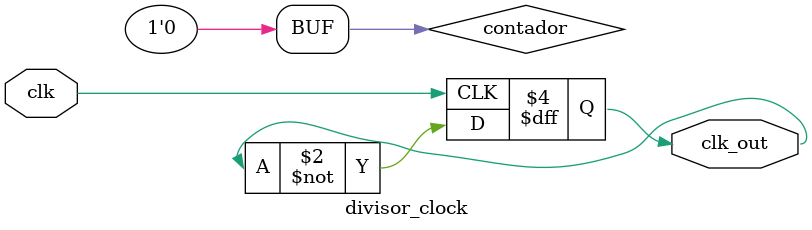
<source format=v>
module divisor_clock(
    clk, 
    clk_out
);

input clk;
reg clk_in;
reg contador = 0;
output reg clk_out;



always @ (posedge clk) begin 
    clk_out <= ~clk_out;
end 

endmodule 
</source>
